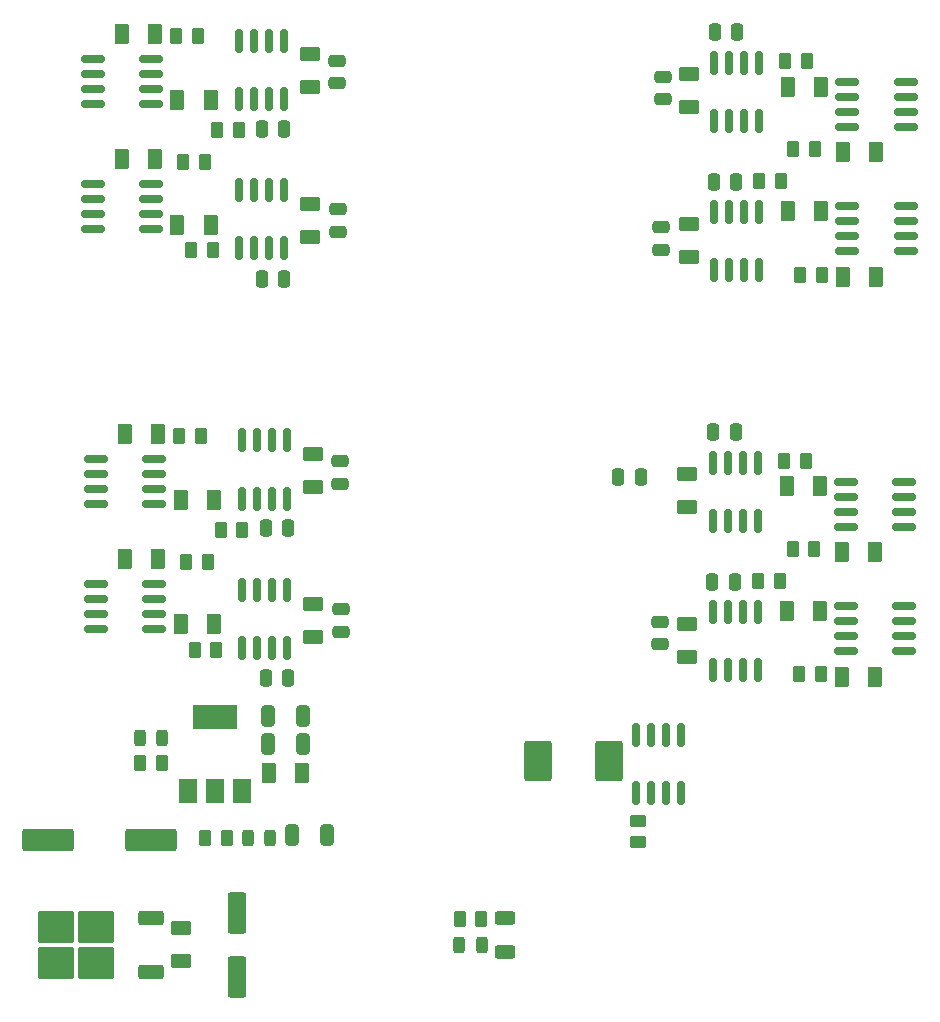
<source format=gbr>
%TF.GenerationSoftware,KiCad,Pcbnew,7.0.1*%
%TF.CreationDate,2023-04-06T21:05:58+02:00*%
%TF.ProjectId,Scout_Robot_Motor_Driver,53636f75-745f-4526-9f62-6f745f4d6f74,rev?*%
%TF.SameCoordinates,Original*%
%TF.FileFunction,Paste,Top*%
%TF.FilePolarity,Positive*%
%FSLAX46Y46*%
G04 Gerber Fmt 4.6, Leading zero omitted, Abs format (unit mm)*
G04 Created by KiCad (PCBNEW 7.0.1) date 2023-04-06 21:05:58*
%MOMM*%
%LPD*%
G01*
G04 APERTURE LIST*
G04 Aperture macros list*
%AMRoundRect*
0 Rectangle with rounded corners*
0 $1 Rounding radius*
0 $2 $3 $4 $5 $6 $7 $8 $9 X,Y pos of 4 corners*
0 Add a 4 corners polygon primitive as box body*
4,1,4,$2,$3,$4,$5,$6,$7,$8,$9,$2,$3,0*
0 Add four circle primitives for the rounded corners*
1,1,$1+$1,$2,$3*
1,1,$1+$1,$4,$5*
1,1,$1+$1,$6,$7*
1,1,$1+$1,$8,$9*
0 Add four rect primitives between the rounded corners*
20,1,$1+$1,$2,$3,$4,$5,0*
20,1,$1+$1,$4,$5,$6,$7,0*
20,1,$1+$1,$6,$7,$8,$9,0*
20,1,$1+$1,$8,$9,$2,$3,0*%
G04 Aperture macros list end*
%ADD10RoundRect,0.250000X0.262500X0.450000X-0.262500X0.450000X-0.262500X-0.450000X0.262500X-0.450000X0*%
%ADD11RoundRect,0.250000X0.625000X-0.312500X0.625000X0.312500X-0.625000X0.312500X-0.625000X-0.312500X0*%
%ADD12RoundRect,0.250000X0.375000X0.625000X-0.375000X0.625000X-0.375000X-0.625000X0.375000X-0.625000X0*%
%ADD13RoundRect,0.150000X0.150000X-0.825000X0.150000X0.825000X-0.150000X0.825000X-0.150000X-0.825000X0*%
%ADD14RoundRect,0.243750X-0.243750X-0.456250X0.243750X-0.456250X0.243750X0.456250X-0.243750X0.456250X0*%
%ADD15RoundRect,0.250000X0.625000X-0.375000X0.625000X0.375000X-0.625000X0.375000X-0.625000X-0.375000X0*%
%ADD16RoundRect,0.250000X-0.262500X-0.450000X0.262500X-0.450000X0.262500X0.450000X-0.262500X0.450000X0*%
%ADD17RoundRect,0.150000X-0.825000X-0.150000X0.825000X-0.150000X0.825000X0.150000X-0.825000X0.150000X0*%
%ADD18RoundRect,0.250000X1.950000X0.700000X-1.950000X0.700000X-1.950000X-0.700000X1.950000X-0.700000X0*%
%ADD19RoundRect,0.250000X-0.250000X-0.475000X0.250000X-0.475000X0.250000X0.475000X-0.250000X0.475000X0*%
%ADD20RoundRect,0.250000X-0.625000X0.375000X-0.625000X-0.375000X0.625000X-0.375000X0.625000X0.375000X0*%
%ADD21RoundRect,0.250000X0.250000X0.475000X-0.250000X0.475000X-0.250000X-0.475000X0.250000X-0.475000X0*%
%ADD22RoundRect,0.250000X-0.375000X-0.625000X0.375000X-0.625000X0.375000X0.625000X-0.375000X0.625000X0*%
%ADD23RoundRect,0.150000X0.825000X0.150000X-0.825000X0.150000X-0.825000X-0.150000X0.825000X-0.150000X0*%
%ADD24R,1.500000X2.000000*%
%ADD25R,3.800000X2.000000*%
%ADD26RoundRect,0.250000X0.850000X0.350000X-0.850000X0.350000X-0.850000X-0.350000X0.850000X-0.350000X0*%
%ADD27RoundRect,0.250000X1.275000X1.125000X-1.275000X1.125000X-1.275000X-1.125000X1.275000X-1.125000X0*%
%ADD28RoundRect,0.250000X0.475000X-0.250000X0.475000X0.250000X-0.475000X0.250000X-0.475000X-0.250000X0*%
%ADD29RoundRect,0.250000X-0.475000X0.250000X-0.475000X-0.250000X0.475000X-0.250000X0.475000X0.250000X0*%
%ADD30RoundRect,0.250000X0.450000X-0.262500X0.450000X0.262500X-0.450000X0.262500X-0.450000X-0.262500X0*%
%ADD31RoundRect,0.243750X0.243750X0.456250X-0.243750X0.456250X-0.243750X-0.456250X0.243750X-0.456250X0*%
%ADD32RoundRect,0.150000X-0.150000X0.825000X-0.150000X-0.825000X0.150000X-0.825000X0.150000X0.825000X0*%
%ADD33RoundRect,0.235000X0.940000X1.465000X-0.940000X1.465000X-0.940000X-1.465000X0.940000X-1.465000X0*%
%ADD34RoundRect,0.250000X-0.325000X-0.650000X0.325000X-0.650000X0.325000X0.650000X-0.325000X0.650000X0*%
%ADD35RoundRect,0.250000X0.550000X-1.500000X0.550000X1.500000X-0.550000X1.500000X-0.550000X-1.500000X0*%
G04 APERTURE END LIST*
D10*
%TO.C,R10*%
X187041697Y-71765000D03*
X185216697Y-71765000D03*
%TD*%
%TO.C,R44*%
X210450000Y-135900000D03*
X208625000Y-135900000D03*
%TD*%
D11*
%TO.C,R43*%
X212500000Y-138712500D03*
X212500000Y-135787500D03*
%TD*%
D12*
%TO.C,D6*%
X183095000Y-105425000D03*
X180295000Y-105425000D03*
%TD*%
D10*
%TO.C,R9*%
X187741697Y-79265000D03*
X185916697Y-79265000D03*
%TD*%
D13*
%TO.C,U10*%
X230195000Y-80950000D03*
X231465000Y-80950000D03*
X232735000Y-80950000D03*
X234005000Y-80950000D03*
X234005000Y-76000000D03*
X232735000Y-76000000D03*
X231465000Y-76000000D03*
X230195000Y-76000000D03*
%TD*%
D12*
%TO.C,D9*%
X187529197Y-77095000D03*
X184729197Y-77095000D03*
%TD*%
D13*
%TO.C,U9*%
X230195000Y-68350000D03*
X231465000Y-68350000D03*
X232735000Y-68350000D03*
X234005000Y-68350000D03*
X234005000Y-63400000D03*
X232735000Y-63400000D03*
X231465000Y-63400000D03*
X230195000Y-63400000D03*
%TD*%
D14*
%TO.C,D29*%
X181562500Y-120600000D03*
X183437500Y-120600000D03*
%TD*%
D15*
%TO.C,D2*%
X196195000Y-99325000D03*
X196195000Y-96525000D03*
%TD*%
D16*
%TO.C,R46*%
X187075000Y-129000000D03*
X188900000Y-129000000D03*
%TD*%
D17*
%TO.C,Q10*%
X241330000Y-109430000D03*
X241330000Y-110700000D03*
X241330000Y-111970000D03*
X241330000Y-113240000D03*
X246280000Y-113240000D03*
X246280000Y-111970000D03*
X246280000Y-110700000D03*
X246280000Y-109430000D03*
%TD*%
D18*
%TO.C,C35*%
X182500000Y-129200000D03*
X173800000Y-129200000D03*
%TD*%
D19*
%TO.C,C15*%
X230105000Y-94685000D03*
X232005000Y-94685000D03*
%TD*%
D20*
%TO.C,D15*%
X228000000Y-64325000D03*
X228000000Y-67125000D03*
%TD*%
D21*
%TO.C,C6*%
X194095000Y-102825000D03*
X192195000Y-102825000D03*
%TD*%
D16*
%TO.C,R24*%
X237475000Y-81325000D03*
X239300000Y-81325000D03*
%TD*%
D22*
%TO.C,D18*%
X241005000Y-104785000D03*
X243805000Y-104785000D03*
%TD*%
D23*
%TO.C,Q5*%
X182504197Y-77470000D03*
X182504197Y-76200000D03*
X182504197Y-74930000D03*
X182504197Y-73660000D03*
X177554197Y-73660000D03*
X177554197Y-74930000D03*
X177554197Y-76200000D03*
X177554197Y-77470000D03*
%TD*%
D24*
%TO.C,U13*%
X185600000Y-125050000D03*
D25*
X187900000Y-118750000D03*
D24*
X187900000Y-125050000D03*
X190200000Y-125050000D03*
%TD*%
D17*
%TO.C,Q11*%
X241425000Y-65020000D03*
X241425000Y-66290000D03*
X241425000Y-67560000D03*
X241425000Y-68830000D03*
X246375000Y-68830000D03*
X246375000Y-67560000D03*
X246375000Y-66290000D03*
X246375000Y-65020000D03*
%TD*%
D13*
%TO.C,U8*%
X230065000Y-114835000D03*
X231335000Y-114835000D03*
X232605000Y-114835000D03*
X233875000Y-114835000D03*
X233875000Y-109885000D03*
X232605000Y-109885000D03*
X231335000Y-109885000D03*
X230065000Y-109885000D03*
%TD*%
D15*
%TO.C,D28*%
X185000000Y-139480000D03*
X185000000Y-136680000D03*
%TD*%
D12*
%TO.C,D7*%
X187795000Y-100425000D03*
X184995000Y-100425000D03*
%TD*%
D10*
%TO.C,R12*%
X186441697Y-61165000D03*
X184616697Y-61165000D03*
%TD*%
%TO.C,R6*%
X187320000Y-105625000D03*
X185495000Y-105625000D03*
%TD*%
D21*
%TO.C,C5*%
X194095000Y-115525000D03*
X192195000Y-115525000D03*
%TD*%
%TO.C,C7*%
X193779197Y-81665000D03*
X191879197Y-81665000D03*
%TD*%
D26*
%TO.C,U14*%
X182450000Y-140380000D03*
X182450000Y-135820000D03*
D27*
X174475000Y-136575000D03*
X177825000Y-139625000D03*
X174475000Y-139625000D03*
X177825000Y-136575000D03*
%TD*%
D16*
%TO.C,R22*%
X236875000Y-70725000D03*
X238700000Y-70725000D03*
%TD*%
D28*
%TO.C,C14*%
X225800000Y-66475000D03*
X225800000Y-64575000D03*
%TD*%
D29*
%TO.C,C2*%
X198495000Y-97125000D03*
X198495000Y-99025000D03*
%TD*%
D20*
%TO.C,D13*%
X227905000Y-98185000D03*
X227905000Y-100985000D03*
%TD*%
D19*
%TO.C,C16*%
X230005000Y-107385000D03*
X231905000Y-107385000D03*
%TD*%
D30*
%TO.C,R42*%
X223750000Y-129412500D03*
X223750000Y-127587500D03*
%TD*%
D29*
%TO.C,C1*%
X198595000Y-109675000D03*
X198595000Y-111575000D03*
%TD*%
D15*
%TO.C,D3*%
X195929197Y-78165000D03*
X195929197Y-75365000D03*
%TD*%
%TO.C,D1*%
X196195000Y-112025000D03*
X196195000Y-109225000D03*
%TD*%
D28*
%TO.C,C13*%
X225700000Y-79225000D03*
X225700000Y-77325000D03*
%TD*%
D20*
%TO.C,D16*%
X228000000Y-77025000D03*
X228000000Y-79825000D03*
%TD*%
D17*
%TO.C,Q12*%
X241450000Y-75555000D03*
X241450000Y-76825000D03*
X241450000Y-78095000D03*
X241450000Y-79365000D03*
X246400000Y-79365000D03*
X246400000Y-78095000D03*
X246400000Y-76825000D03*
X246400000Y-75555000D03*
%TD*%
D31*
%TO.C,D30*%
X192600000Y-129000000D03*
X190725000Y-129000000D03*
%TD*%
D13*
%TO.C,Q13*%
X223595000Y-125225000D03*
X224865000Y-125225000D03*
X226135000Y-125225000D03*
X227405000Y-125225000D03*
X227405000Y-120275000D03*
X226135000Y-120275000D03*
X224865000Y-120275000D03*
X223595000Y-120275000D03*
%TD*%
D12*
%TO.C,D8*%
X183095000Y-94825000D03*
X180295000Y-94825000D03*
%TD*%
D16*
%TO.C,R21*%
X236175000Y-63225000D03*
X238000000Y-63225000D03*
%TD*%
D10*
%TO.C,R11*%
X189941697Y-69065000D03*
X188116697Y-69065000D03*
%TD*%
D32*
%TO.C,U6*%
X193734197Y-61540000D03*
X192464197Y-61540000D03*
X191194197Y-61540000D03*
X189924197Y-61540000D03*
X189924197Y-66490000D03*
X191194197Y-66490000D03*
X192464197Y-66490000D03*
X193734197Y-66490000D03*
%TD*%
D21*
%TO.C,C8*%
X193779197Y-68965000D03*
X191879197Y-68965000D03*
%TD*%
D33*
%TO.C,L1*%
X221300000Y-122500000D03*
X215250000Y-122500000D03*
%TD*%
D16*
%TO.C,R23*%
X233975000Y-73425000D03*
X235800000Y-73425000D03*
%TD*%
D34*
%TO.C,C30*%
X194425000Y-128800000D03*
X197375000Y-128800000D03*
%TD*%
D10*
%TO.C,R7*%
X190220000Y-102925000D03*
X188395000Y-102925000D03*
%TD*%
D23*
%TO.C,Q3*%
X182770000Y-111330000D03*
X182770000Y-110060000D03*
X182770000Y-108790000D03*
X182770000Y-107520000D03*
X177820000Y-107520000D03*
X177820000Y-108790000D03*
X177820000Y-110060000D03*
X177820000Y-111330000D03*
%TD*%
D12*
%TO.C,D10*%
X182829197Y-71565000D03*
X180029197Y-71565000D03*
%TD*%
D31*
%TO.C,D26*%
X210475000Y-138100000D03*
X208600000Y-138100000D03*
%TD*%
D15*
%TO.C,D4*%
X195929197Y-65465000D03*
X195929197Y-62665000D03*
%TD*%
D22*
%TO.C,D22*%
X241100000Y-70925000D03*
X243900000Y-70925000D03*
%TD*%
D32*
%TO.C,U4*%
X194005000Y-95375000D03*
X192735000Y-95375000D03*
X191465000Y-95375000D03*
X190195000Y-95375000D03*
X190195000Y-100325000D03*
X191465000Y-100325000D03*
X192735000Y-100325000D03*
X194005000Y-100325000D03*
%TD*%
D10*
%TO.C,R5*%
X188020000Y-113125000D03*
X186195000Y-113125000D03*
%TD*%
D32*
%TO.C,U3*%
X194000000Y-108000000D03*
X192730000Y-108000000D03*
X191460000Y-108000000D03*
X190190000Y-108000000D03*
X190190000Y-112950000D03*
X191460000Y-112950000D03*
X192730000Y-112950000D03*
X194000000Y-112950000D03*
%TD*%
D19*
%TO.C,C17*%
X230200000Y-60825000D03*
X232100000Y-60825000D03*
%TD*%
D13*
%TO.C,U7*%
X230095000Y-102235000D03*
X231365000Y-102235000D03*
X232635000Y-102235000D03*
X233905000Y-102235000D03*
X233905000Y-97285000D03*
X232635000Y-97285000D03*
X231365000Y-97285000D03*
X230095000Y-97285000D03*
%TD*%
D28*
%TO.C,C11*%
X225590000Y-112620000D03*
X225590000Y-110720000D03*
%TD*%
D17*
%TO.C,Q9*%
X241330000Y-98880000D03*
X241330000Y-100150000D03*
X241330000Y-101420000D03*
X241330000Y-102690000D03*
X246280000Y-102690000D03*
X246280000Y-101420000D03*
X246280000Y-100150000D03*
X246280000Y-98880000D03*
%TD*%
D10*
%TO.C,R45*%
X183400000Y-122700000D03*
X181575000Y-122700000D03*
%TD*%
D35*
%TO.C,C31*%
X189800000Y-140800000D03*
X189800000Y-135400000D03*
%TD*%
D22*
%TO.C,D20*%
X241005000Y-115385000D03*
X243805000Y-115385000D03*
%TD*%
%TO.C,D23*%
X236400000Y-75925000D03*
X239200000Y-75925000D03*
%TD*%
D10*
%TO.C,R8*%
X186720000Y-95025000D03*
X184895000Y-95025000D03*
%TD*%
D22*
%TO.C,D19*%
X236305000Y-109785000D03*
X239105000Y-109785000D03*
%TD*%
D29*
%TO.C,C4*%
X198329197Y-75815000D03*
X198329197Y-77715000D03*
%TD*%
D23*
%TO.C,Q6*%
X182504197Y-66920000D03*
X182504197Y-65650000D03*
X182504197Y-64380000D03*
X182504197Y-63110000D03*
X177554197Y-63110000D03*
X177554197Y-64380000D03*
X177554197Y-65650000D03*
X177554197Y-66920000D03*
%TD*%
D16*
%TO.C,R20*%
X237380000Y-115185000D03*
X239205000Y-115185000D03*
%TD*%
D12*
%TO.C,D27*%
X195300000Y-123500000D03*
X192500000Y-123500000D03*
%TD*%
D16*
%TO.C,R19*%
X233880000Y-107285000D03*
X235705000Y-107285000D03*
%TD*%
%TO.C,R17*%
X236080000Y-97085000D03*
X237905000Y-97085000D03*
%TD*%
D21*
%TO.C,C12*%
X222062000Y-98500000D03*
X223962000Y-98500000D03*
%TD*%
D12*
%TO.C,D5*%
X187795000Y-110925000D03*
X184995000Y-110925000D03*
%TD*%
D29*
%TO.C,C3*%
X198229197Y-63215000D03*
X198229197Y-65115000D03*
%TD*%
D34*
%TO.C,C32*%
X192425000Y-118700000D03*
X195375000Y-118700000D03*
%TD*%
D16*
%TO.C,R18*%
X236805000Y-104585000D03*
X238630000Y-104585000D03*
%TD*%
D34*
%TO.C,C34*%
X192425000Y-121100000D03*
X195375000Y-121100000D03*
%TD*%
D19*
%TO.C,C18*%
X230150000Y-73525000D03*
X232050000Y-73525000D03*
%TD*%
D20*
%TO.C,D14*%
X227905000Y-110885000D03*
X227905000Y-113685000D03*
%TD*%
D12*
%TO.C,D11*%
X187529197Y-66565000D03*
X184729197Y-66565000D03*
%TD*%
%TO.C,D12*%
X182829197Y-60965000D03*
X180029197Y-60965000D03*
%TD*%
D22*
%TO.C,D17*%
X236305000Y-99255000D03*
X239105000Y-99255000D03*
%TD*%
%TO.C,D21*%
X236400000Y-65425000D03*
X239200000Y-65425000D03*
%TD*%
D32*
%TO.C,U5*%
X193734197Y-74140000D03*
X192464197Y-74140000D03*
X191194197Y-74140000D03*
X189924197Y-74140000D03*
X189924197Y-79090000D03*
X191194197Y-79090000D03*
X192464197Y-79090000D03*
X193734197Y-79090000D03*
%TD*%
D23*
%TO.C,Q4*%
X182770000Y-100780000D03*
X182770000Y-99510000D03*
X182770000Y-98240000D03*
X182770000Y-96970000D03*
X177820000Y-96970000D03*
X177820000Y-98240000D03*
X177820000Y-99510000D03*
X177820000Y-100780000D03*
%TD*%
D22*
%TO.C,D24*%
X241100000Y-81525000D03*
X243900000Y-81525000D03*
%TD*%
M02*

</source>
